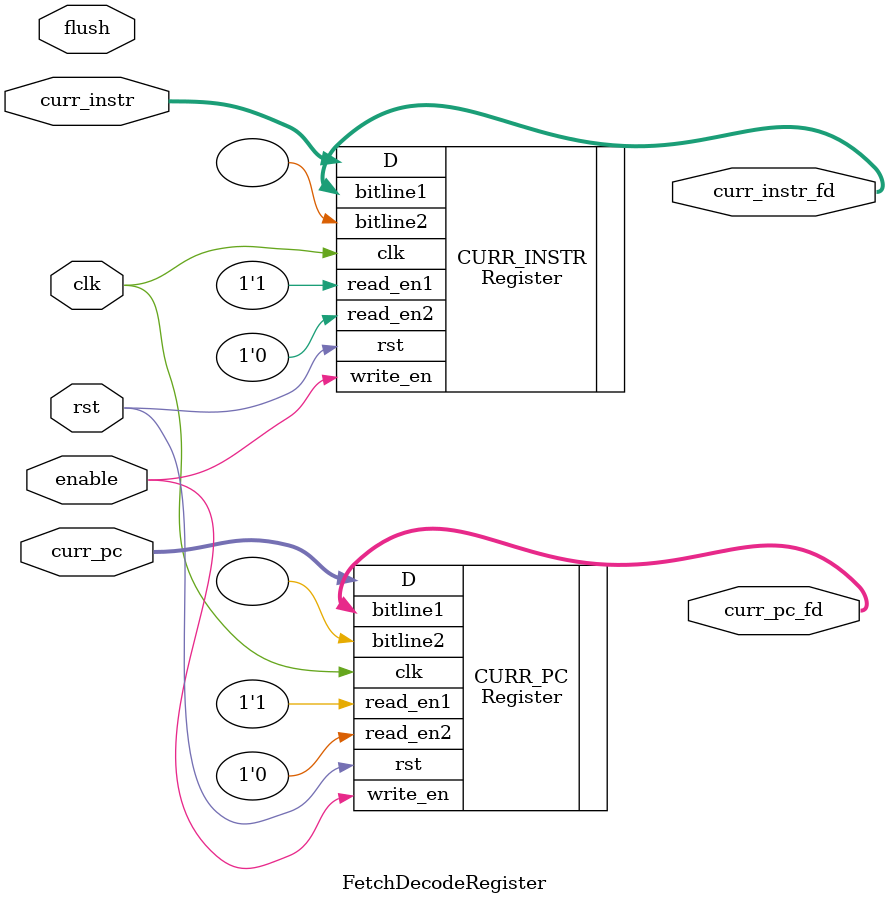
<source format=v>
module FetchDecodeRegister (

    input clk, rst, enable,
	input flush,
    input [15:0] curr_pc, curr_instr,
    output [15:0] curr_pc_fd, curr_instr_fd

);
	//wire [15:0] instruction;

    Register CURR_PC ( .clk(clk), .rst(rst), .write_en(enable), .read_en1(1'b1), .read_en2(1'b0), .bitline1(curr_pc_fd), .bitline2(), .D(curr_pc) );
    
    Register CURR_INSTR( .clk(clk), .rst(rst), .write_en(enable), .read_en1(1'b1), .read_en2(1'b0), .bitline1(curr_instr_fd), .bitline2(), .D(curr_instr) );
	
	// insert no-op (PCS R0) on reset or flush
	//assign curr_instr_fd = (rst | flush) ? 16'hE000 : instruction;

endmodule
</source>
